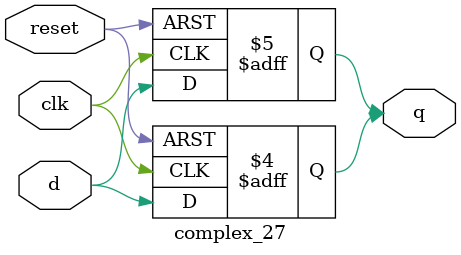
<source format=v>
module complex_27 (
  input wire clk,
  input wire reset,
  input wire d,
  output reg q
);
  always @(posedge clk or posedge reset) 
  begin
    if (reset)
      q <= 1'b0;
    else
      q <= d;
  end
  always @(posedge clk or negedge reset) 
  begin
    if (!reset)
      q <= 1'b0;
    else
      q <= d;
  end
endmodule
</source>
